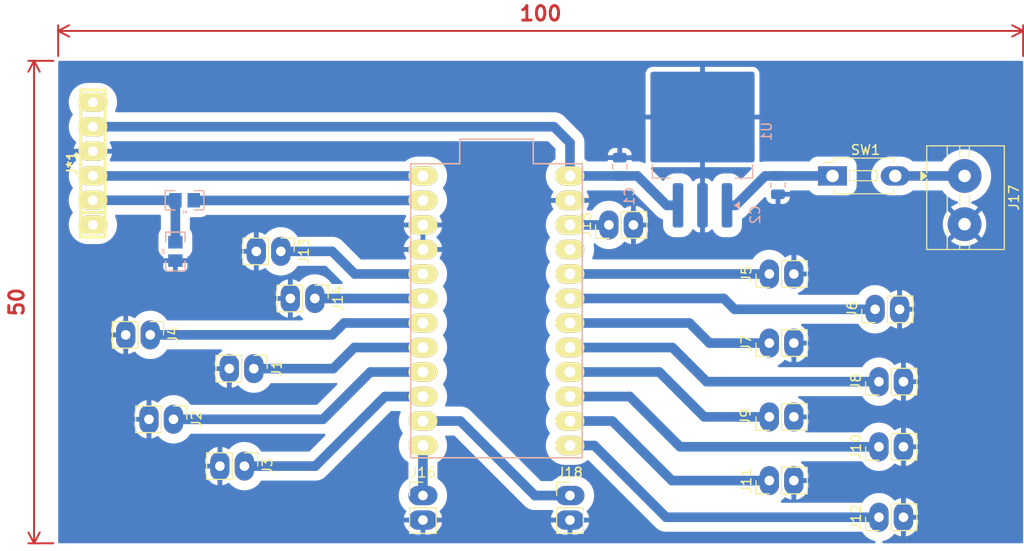
<source format=kicad_pcb>
(kicad_pcb (version 20241229) (generator "pcbnew") (generator_version "9.0")
  (layers (0 "F.Cu" signal) (2 "B.Cu" signal) (13 "F.Paste" user) (15 "B.Paste" user) (5 "F.SilkS" user "F.Silkscreen") (7 "B.SilkS" user "B.Silkscreen") (1 "F.Mask" user) (3 "B.Mask" user) (25 "Edge.Cuts" user))
  (net 0 "")
  (net 1 "+5V")
  (net 2 "GND")
  (net 3 "+12V")
  (net 4 "TX")
  (net 8 "BotonIz")
  (net 9 "Net-(J*1-Pad2)")
  (net 10 "Boton1")
  (net 11 "Boton2")
  (net 12 "BotonAb")
  (net 13 "Boton3")
  (net 14 "Boton4")
  (net 15 "Boton5")
  (net 16 "Boton6")
  (net 17 "Boton7")
  (net 18 "Boton8")
  (net 19 "BotonRe")
  (net 20 "BotonDe")
  (net 21 "BotonSa")
  (net 22 "BotonSe")
  (net 23 "Net-(J17-Pin_1)")
  (net 24 "BotonSt")
  (net 25 "BotonAr")
  (net 26 "BotonEx")
  (net 27 "RX")
  (footprint "Connector_PinHeader_2.54mm:PinHeader_1x02_P2.54mm_Vertical" (layer "F.Cu") (at 100.04 71.2)
    (property "Reference" "J18" (at 0 -2.38 0) (layer "F.SilkS"))
    (property "Value" "BotonEx")
    (fp_line (start -1.38 -1.38) (end 0 -1.38) (stroke (width 0.12)) (layer "F.SilkS"))
    (fp_line (start -1.38 0) (end -1.38 -1.38) (stroke (width 0.12)) (layer "F.SilkS"))
    (fp_line (start -1.38 1.27) (end -1.38 3.92) (stroke (width 0.12)) (layer "F.SilkS"))
    (fp_line (start -1.38 1.27) (end 1.38 1.27) (stroke (width 0.12)) (layer "F.SilkS"))
    (fp_line (start -1.38 3.92) (end 1.38 3.92) (stroke (width 0.12)) (layer "F.SilkS"))
    (fp_line (start 1.38 1.27) (end 1.38 3.92) (stroke (width 0.12)) (layer "F.SilkS"))
    (pad "1" thru_hole oval (at 0 0) (size 3 2) (drill 1) (layers "*.Cu" "*.Mask") (net 26 "BotonEx"))
    (pad "2" thru_hole oval (at 0 2.54) (size 3 2) (drill 1) (layers "*.Cu" "*.Mask") (net 2 "GND"))
  )
  (footprint "Connector_PinHeader_2.54mm:PinHeader_1x02_P2.54mm_Vertical" (layer "F.Cu") (at 120.7 55.4 90)
    (property "Reference" "J7" (at 0 -2.4 90) (layer "F.SilkS"))
    (property "Value" "Boton3")
    (fp_line (start -1.38 -1.38) (end 0 -1.38) (stroke (width 0.12)) (layer "F.SilkS"))
    (fp_line (start -1.38 0) (end -1.38 -1.38) (stroke (width 0.12)) (layer "F.SilkS"))
    (fp_line (start 1.38 1.27) (end 1.38 3.92) (stroke (width 0.12)) (layer "F.SilkS"))
    (fp_line (start -1.38 1.27) (end 1.38 1.27) (stroke (width 0.12)) (layer "F.SilkS"))
    (fp_line (start -1.38 1.27) (end -1.38 3.92) (stroke (width 0.12)) (layer "F.SilkS"))
    (fp_line (start -1.38 3.92) (end 1.38 3.92) (stroke (width 0.12)) (layer "F.SilkS"))
    (pad "1" thru_hole oval (at 0 0 90) (size 3 2) (drill 1) (layers "*.Cu" "*.Mask") (net 13 "Boton3"))
    (pad "2" thru_hole oval (at 0 2.54 90) (size 3 2) (drill 1) (layers "*.Cu" "*.Mask") (net 2 "GND"))
  )
  (footprint "Connector_PinHeader_2.54mm:PinHeader_1x02_P2.54mm_Vertical" (layer "F.Cu") (at 132.06 59.4 90)
    (property "Reference" "J8" (at 0 -2.38 90) (layer "F.SilkS"))
    (property "Value" "Boton4")
    (fp_line (start -1.38 -1.38) (end 0 -1.38) (stroke (width 0.12)) (layer "F.SilkS"))
    (fp_line (start -1.38 0) (end -1.38 -1.38) (stroke (width 0.12)) (layer "F.SilkS"))
    (fp_line (start 1.38 1.27) (end 1.38 3.92) (stroke (width 0.12)) (layer "F.SilkS"))
    (fp_line (start -1.38 1.27) (end 1.38 1.27) (stroke (width 0.12)) (layer "F.SilkS"))
    (fp_line (start -1.38 1.27) (end -1.38 3.92) (stroke (width 0.12)) (layer "F.SilkS"))
    (fp_line (start -1.38 3.92) (end 1.38 3.92) (stroke (width 0.12)) (layer "F.SilkS"))
    (pad "1" thru_hole oval (at 0 0 90) (size 3 2) (drill 1) (layers "*.Cu" "*.Mask") (net 14 "Boton4"))
    (pad "2" thru_hole oval (at 0 2.54 90) (size 3 2) (drill 1) (layers "*.Cu" "*.Mask") (net 2 "GND"))
  )
  (footprint "Connector_PinHeader_2.54mm:PinHeader_1x02_P2.54mm_Vertical" (layer "F.Cu") (at 66.3 68.15 -90)
    (property "Reference" "J3" (at 0 -2.38 90) (layer "F.SilkS"))
    (property "Value" "BotonDe")
    (fp_line (start -1.38 3.92) (end 1.38 3.92) (stroke (width 0.12)) (layer "F.SilkS"))
    (fp_line (start -1.38 1.27) (end -1.38 3.92) (stroke (width 0.12)) (layer "F.SilkS"))
    (fp_line (start -1.38 1.27) (end 1.38 1.27) (stroke (width 0.12)) (layer "F.SilkS"))
    (fp_line (start 1.38 1.27) (end 1.38 3.92) (stroke (width 0.12)) (layer "F.SilkS"))
    (fp_line (start -1.38 0) (end -1.38 -1.38) (stroke (width 0.12)) (layer "F.SilkS"))
    (fp_line (start -1.38 -1.38) (end 0 -1.38) (stroke (width 0.12)) (layer "F.SilkS"))
    (pad "1" thru_hole oval (at 0 0 270) (size 3 2) (drill 1) (layers "*.Cu" "*.Mask") (net 20 "BotonDe"))
    (pad "2" thru_hole oval (at 0 2.54 270) (size 3 2) (drill 1) (layers "*.Cu" "*.Mask") (net 2 "GND"))
  )
  (footprint "Connector_PinHeader_2.54mm:PinHeader_1x02_P2.54mm_Vertical" (layer "F.Cu") (at 58.95 63.3 -90)
    (property "Reference" "J2" (at 0 -2.38 90) (layer "F.SilkS"))
    (property "Value" "BotonAb")
    (fp_line (start -1.38 3.92) (end 1.38 3.92) (stroke (width 0.12)) (layer "F.SilkS"))
    (fp_line (start -1.38 1.27) (end -1.38 3.92) (stroke (width 0.12)) (layer "F.SilkS"))
    (fp_line (start -1.38 1.27) (end 1.38 1.27) (stroke (width 0.12)) (layer "F.SilkS"))
    (fp_line (start 1.38 1.27) (end 1.38 3.92) (stroke (width 0.12)) (layer "F.SilkS"))
    (fp_line (start -1.38 0) (end -1.38 -1.38) (stroke (width 0.12)) (layer "F.SilkS"))
    (fp_line (start -1.38 -1.38) (end 0 -1.38) (stroke (width 0.12)) (layer "F.SilkS"))
    (pad "1" thru_hole oval (at 0 0 270) (size 3 2) (drill 1) (layers "*.Cu" "*.Mask") (net 12 "BotonAb"))
    (pad "2" thru_hole oval (at 0 2.54 270) (size 3 2) (drill 1) (layers "*.Cu" "*.Mask") (net 2 "GND"))
  )
  (footprint "Connector_PinHeader_2.54mm:PinHeader_1x02_P2.54mm_Vertical" (layer "F.Cu") (at 131.66 51.9 90)
    (property "Reference" "J6" (at 0 -2.38 90) (layer "F.SilkS"))
    (property "Value" "Boton2")
    (fp_line (start -1.38 -1.38) (end 0 -1.38) (stroke (width 0.12)) (layer "F.SilkS"))
    (fp_line (start -1.38 0) (end -1.38 -1.38) (stroke (width 0.12)) (layer "F.SilkS"))
    (fp_line (start 1.38 1.27) (end 1.38 3.92) (stroke (width 0.12)) (layer "F.SilkS"))
    (fp_line (start -1.38 1.27) (end 1.38 1.27) (stroke (width 0.12)) (layer "F.SilkS"))
    (fp_line (start -1.38 1.27) (end -1.38 3.92) (stroke (width 0.12)) (layer "F.SilkS"))
    (fp_line (start -1.38 3.92) (end 1.38 3.92) (stroke (width 0.12)) (layer "F.SilkS"))
    (pad "1" thru_hole oval (at 0 0 90) (size 3 2) (drill 1) (layers "*.Cu" "*.Mask") (net 11 "Boton2"))
    (pad "2" thru_hole oval (at 0 2.54 90) (size 3 2) (drill 1) (layers "*.Cu" "*.Mask") (net 2 "GND"))
  )
  (footprint "Connector_PinHeader_2.54mm:PinHeader_1x02_P2.54mm_Vertical" (layer "F.Cu") (at 120.7 69.65 90)
    (property "Reference" "J11" (at 0 -2.38 90) (layer "F.SilkS"))
    (property "Value" "Boton7")
    (fp_line (start -1.38 -1.38) (end 0 -1.38) (stroke (width 0.12)) (layer "F.SilkS"))
    (fp_line (start -1.38 0) (end -1.38 -1.38) (stroke (width 0.12)) (layer "F.SilkS"))
    (fp_line (start 1.38 1.27) (end 1.38 3.92) (stroke (width 0.12)) (layer "F.SilkS"))
    (fp_line (start -1.38 1.27) (end 1.38 1.27) (stroke (width 0.12)) (layer "F.SilkS"))
    (fp_line (start -1.38 1.27) (end -1.38 3.92) (stroke (width 0.12)) (layer "F.SilkS"))
    (fp_line (start -1.38 3.92) (end 1.38 3.92) (stroke (width 0.12)) (layer "F.SilkS"))
    (pad "1" thru_hole oval (at 0 0 90) (size 3 2) (drill 1) (layers "*.Cu" "*.Mask") (net 17 "Boton7"))
    (pad "2" thru_hole oval (at 0 2.54 90) (size 3 2) (drill 1) (layers "*.Cu" "*.Mask") (net 2 "GND"))
  )
  (footprint "promicro:ProMicro" (layer "F.Cu") (at 92.42 52.05 -90)
    (property "Reference" "U2" (hide yes))
    (property "Value" "ProMicro")
    (fp_line (start -15.24 8.89) (end 15.24 8.89) (stroke (width 0.15)) (layer "F.SilkS"))
    (fp_line (start -15.24 8.89) (end -15.24 3.81) (stroke (width 0.15)) (layer "F.SilkS"))
    (fp_line (start -17.78 3.81) (end -17.78 -3.81) (stroke (width 0.15)) (layer "F.SilkS"))
    (fp_line (start -15.24 3.81) (end -17.78 3.81) (stroke (width 0.15)) (layer "F.SilkS"))
    (fp_line (start -17.78 -3.81) (end -15.24 -3.81) (stroke (width 0.15)) (layer "F.SilkS"))
    (fp_line (start -15.24 -3.81) (end -15.24 -8.89) (stroke (width 0.15)) (layer "F.SilkS"))
    (fp_line (start -15.24 -8.89) (end 15.24 -8.89) (stroke (width 0.15)) (layer "F.SilkS"))
    (fp_line (start 15.24 -8.89) (end 15.24 8.89) (stroke (width 0.15)) (layer "F.SilkS"))
    (fp_line (start -15.24 8.89) (end -15.24 3.81) (stroke (width 0.15)) (layer "B.SilkS"))
    (fp_line (start 15.24 8.89) (end -15.24 8.89) (stroke (width 0.15)) (layer "B.SilkS"))
    (fp_line (start -17.78 3.81) (end -17.78 -3.81) (stroke (width 0.15)) (layer "B.SilkS"))
    (fp_line (start -15.24 3.81) (end -17.78 3.81) (stroke (width 0.15)) (layer "B.SilkS"))
    (fp_line (start -17.78 -3.81) (end -15.24 -3.81) (stroke (width 0.15)) (layer "B.SilkS"))
    (fp_line (start -15.24 -3.81) (end -15.24 -8.89) (stroke (width 0.15)) (layer "B.SilkS"))
    (fp_line (start -15.24 -8.89) (end 15.24 -8.89) (stroke (width 0.15)) (layer "B.SilkS"))
    (fp_line (start 15.24 -8.89) (end 15.24 8.89) (stroke (width 0.15)) (layer "B.SilkS"))
    (pad "1" thru_hole oval (at -13.97 7.62 270) (size 2 3) (drill 1.1) (layers "*.Cu" "*.Mask" "F.SilkS") (net 4 "TX"))
    (pad "2" thru_hole oval (at -11.43 7.62 270) (size 2 3) (drill 1.1) (layers "*.Cu" "*.Mask" "F.SilkS") (net 27 "RX"))
    (pad "3" thru_hole oval (at -8.89 7.62 270) (size 2 3) (drill 1.1) (layers "*.Cu" "*.Mask" "F.SilkS") (net 2 "GND"))
    (pad "4" thru_hole oval (at -6.35 7.62 270) (size 2 3) (drill 1.1) (layers "*.Cu" "*.Mask" "F.SilkS") (net 2 "GND"))
    (pad "5" thru_hole oval (at -3.81 7.62 270) (size 2 3) (drill 1.1) (layers "*.Cu" "*.Mask" "F.SilkS") (net 24 "BotonSt"))
    (pad "6" thru_hole oval (at -1.27 7.62 270) (size 2 3) (drill 1.1) (layers "*.Cu" "*.Mask" "F.SilkS") (net 22 "BotonSe"))
    (pad "7" thru_hole oval (at 1.27 7.62 270) (size 2 3) (drill 1.1) (layers "*.Cu" "*.Mask" "F.SilkS") (net 25 "BotonAr"))
    (pad "8" thru_hole oval (at 3.81 7.62 270) (size 2 3) (drill 1.1) (layers "*.Cu" "*.Mask" "F.SilkS") (net 8 "BotonIz"))
    (pad "9" thru_hole oval (at 6.35 7.62 270) (size 2 3) (drill 1.1) (layers "*.Cu" "*.Mask" "F.SilkS") (net 12 "BotonAb"))
    (pad "10" thru_hole oval (at 8.89 7.62 270) (size 2 3) (drill 1.1) (layers "*.Cu" "*.Mask" "F.SilkS") (net 20 "BotonDe"))
    (pad "11" thru_hole oval (at 11.43 7.62 270) (size 2 3) (drill 1.1) (layers "*.Cu" "*.Mask" "F.SilkS") (net 26 "BotonEx"))
    (pad "12" thru_hole oval (at 13.97 7.62 270) (size 2 3) (drill 1.1) (layers "*.Cu" "*.Mask" "F.SilkS") (net 21 "BotonSa"))
    (pad "13" thru_hole oval (at 13.97 -7.62 270) (size 2 3) (drill 1.1) (layers "*.Cu" "*.Mask" "F.SilkS") (net 18 "Boton8"))
    (pad "14" thru_hole oval (at 11.43 -7.62 270) (size 2 3) (drill 1.1) (layers "*.Cu" "*.Mask" "F.SilkS") (net 17 "Boton7"))
    (pad "15" thru_hole oval (at 8.89 -7.62 270) (size 2 3) (drill 1.1) (layers "*.Cu" "*.Mask" "F.SilkS") (net 16 "Boton6"))
    (pad "16" thru_hole oval (at 6.35 -7.62 270) (size 2 3) (drill 1.1) (layers "*.Cu" "*.Mask" "F.SilkS") (net 15 "Boton5"))
    (pad "17" thru_hole oval (at 3.81 -7.62 270) (size 2 3) (drill 1.1) (layers "*.Cu" "*.Mask" "F.SilkS") (net 14 "Boton4"))
    (pad "18" thru_hole oval (at 1.27 -7.62 270) (size 2 3) (drill 1.1) (layers "*.Cu" "*.Mask" "F.SilkS") (net 13 "Boton3"))
    (pad "19" thru_hole oval (at -1.27 -7.62 270) (size 2 3) (drill 1.1) (layers "*.Cu" "*.Mask" "F.SilkS") (net 11 "Boton2"))
    (pad "20" thru_hole oval (at -3.81 -7.62 270) (size 2 3) (drill 1.1) (layers "*.Cu" "*.Mask" "F.SilkS") (net 10 "Boton1"))
    (pad "21" thru_hole oval (at -6.35 -7.62 270) (size 2 3) (drill 1.1) (layers "*.Cu" "*.Mask" "F.SilkS"))
    (pad "22" thru_hole oval (at -8.89 -7.62 270) (size 2 3) (drill 1.1) (layers "*.Cu" "*.Mask" "F.SilkS") (net 19 "BotonRe"))
    (pad "23" thru_hole oval (at -11.43 -7.62 270) (size 2 3) (drill 1.1) (layers "*.Cu" "*.Mask" "F.SilkS") (net 2 "GND"))
    (pad "24" thru_hole oval (at -13.97 -7.62 270) (size 2 3) (drill 1.1) (layers "*.Cu" "*.Mask" "F.SilkS") (net 1 "+5V"))
  )
  (footprint "Connector_PinHeader_2.54mm:PinHeader_1x02_P2.54mm_Vertical" (layer "F.Cu") (at 70.075 45.89425 -90)
    (property "Reference" "J13" (at 0 -2.38 90) (layer "F.SilkS"))
    (property "Value" "BotonSt")
    (fp_line (start -1.38 3.92) (end 1.38 3.92) (stroke (width 0.12)) (layer "F.SilkS"))
    (fp_line (start -1.38 1.27) (end -1.38 3.92) (stroke (width 0.12)) (layer "F.SilkS"))
    (fp_line (start -1.38 1.27) (end 1.38 1.27) (stroke (width 0.12)) (layer "F.SilkS"))
    (fp_line (start 1.38 1.27) (end 1.38 3.92) (stroke (width 0.12)) (layer "F.SilkS"))
    (fp_line (start -1.38 0) (end -1.38 -1.38) (stroke (width 0.12)) (layer "F.SilkS"))
    (fp_line (start -1.38 -1.38) (end 0 -1.38) (stroke (width 0.12)) (layer "F.SilkS"))
    (pad "1" thru_hole oval (at 0 0 270) (size 3 2) (drill 1) (layers "*.Cu" "*.Mask") (net 24 "BotonSt"))
    (pad "2" thru_hole oval (at 0 2.54 270) (size 3 2) (drill 1) (layers "*.Cu" "*.Mask") (net 2 "GND"))
  )
  (footprint "Connector_PinHeader_2.54mm:PinHeader_1x02_P2.54mm_Vertical" (layer "F.Cu") (at 120.7 48.24 90)
    (property "Reference" "J5" (at 0 -2.375 90) (layer "F.SilkS"))
    (property "Value" "Boton1")
    (fp_line (start -1.38 -1.38) (end 0 -1.38) (stroke (width 0.12)) (layer "F.SilkS"))
    (fp_line (start -1.38 0) (end -1.38 -1.38) (stroke (width 0.12)) (layer "F.SilkS"))
    (fp_line (start 1.38 1.27) (end 1.38 3.92) (stroke (width 0.12)) (layer "F.SilkS"))
    (fp_line (start -1.38 1.27) (end 1.38 1.27) (stroke (width 0.12)) (layer "F.SilkS"))
    (fp_line (start -1.38 1.27) (end -1.38 3.92) (stroke (width 0.12)) (layer "F.SilkS"))
    (fp_line (start -1.38 3.92) (end 1.38 3.92) (stroke (width 0.12)) (layer "F.SilkS"))
    (pad "1" thru_hole oval (at 0 0 90) (size 3 2) (drill 1) (layers "*.Cu" "*.Mask") (net 10 "Boton1"))
    (pad "2" thru_hole oval (at 0 2.54 90) (size 3 2) (drill 1) (layers "*.Cu" "*.Mask") (net 2 "GND"))
  )
  (footprint "Connector_PinHeader_2.54mm:PinHeader_1x02_P2.54mm_Vertical" (layer "F.Cu") (at 132.06 73.45 90)
    (property "Reference" "J12" (at 0 -2.38 90) (layer "F.SilkS"))
    (property "Value" "Boton8")
    (fp_line (start -1.38 -1.38) (end 0 -1.38) (stroke (width 0.12)) (layer "F.SilkS"))
    (fp_line (start -1.38 0) (end -1.38 -1.38) (stroke (width 0.12)) (layer "F.SilkS"))
    (fp_line (start 1.38 1.27) (end 1.38 3.92) (stroke (width 0.12)) (layer "F.SilkS"))
    (fp_line (start -1.38 1.27) (end 1.38 1.27) (stroke (width 0.12)) (layer "F.SilkS"))
    (fp_line (start -1.38 1.27) (end -1.38 3.92) (stroke (width 0.12)) (layer "F.SilkS"))
    (fp_line (start -1.38 3.92) (end 1.38 3.92) (stroke (width 0.12)) (layer "F.SilkS"))
    (pad "1" thru_hole oval (at 0 0 90) (size 3 2) (drill 1) (layers "*.Cu" "*.Mask") (net 18 "Boton8"))
    (pad "2" thru_hole oval (at 0 2.54 90) (size 3 2) (drill 1) (layers "*.Cu" "*.Mask") (net 2 "GND"))
  )
  (footprint "Connector_PinHeader_2.54mm:PinHeader_1x02_P2.54mm_Vertical" (layer "F.Cu") (at 104.075 43.16 90)
    (property "Reference" "J15" (at 0 -2.38 90) (layer "F.SilkS"))
    (property "Value" "BotonRe")
    (fp_line (start -1.38 -1.38) (end 0 -1.38) (stroke (width 0.12)) (layer "F.SilkS"))
    (fp_line (start -1.38 0) (end -1.38 -1.38) (stroke (width 0.12)) (layer "F.SilkS"))
    (fp_line (start 1.38 1.27) (end 1.38 3.92) (stroke (width 0.12)) (layer "F.SilkS"))
    (fp_line (start -1.38 1.27) (end 1.38 1.27) (stroke (width 0.12)) (layer "F.SilkS"))
    (fp_line (start -1.38 1.27) (end -1.38 3.92) (stroke (width 0.12)) (layer "F.SilkS"))
    (fp_line (start -1.38 3.92) (end 1.38 3.92) (stroke (width 0.12)) (layer "F.SilkS"))
    (pad "1" thru_hole oval (at 0 0 90) (size 3 2) (drill 1) (layers "*.Cu" "*.Mask") (net 19 "BotonRe"))
    (pad "2" thru_hole oval (at 0 2.54 90) (size 3 2) (drill 1) (layers "*.Cu" "*.Mask") (net 2 "GND"))
  )
  (footprint "EESTN5:HC-05" (layer "F.Cu") (at 50.6 36.79 90)
    (property "Reference" "J*1" (at 0 -2.159 90) (layer "F.SilkS") (effects (font (size 1.016 1.016) (thickness 0.2032))))
    (property "Value" "HC-05" (hide yes))
    (fp_line (start 7.62 -1.27) (end 7.62 1.27) (stroke (width 0.3048)) (layer "F.SilkS"))
    (fp_line (start -5.08 -1.27) (end -5.08 1.27) (stroke (width 0.3048)) (layer "F.SilkS"))
    (fp_line (start -7.62 -1.27) (end 7.62 -1.27) (stroke (width 0.3048)) (layer "F.SilkS"))
    (fp_line (start 7.62 1.27) (end -7.62 1.27) (stroke (width 0.3048)) (layer "F.SilkS"))
    (fp_line (start -7.62 1.27) (end -7.62 -1.27) (stroke (width 0.3048)) (layer "F.SilkS"))
    (pad "1" thru_hole oval (at -6.35 0 90) (size 2 3) (drill 1.00076) (layers "*.Cu" "*.Mask" "F.SilkS"))
    (pad "2" thru_hole oval (at -3.81 0 90) (size 2 3) (drill 1.00076) (layers "*.Cu" "*.Mask" "F.SilkS") (net 9 "Net-(J*1-Pad2)"))
    (pad "3" thru_hole oval (at -1.27 0 90) (size 2 3) (drill 1.00076) (layers "*.Cu" "*.Mask" "F.SilkS") (net 4 "TX"))
    (pad "4" thru_hole oval (at 1.27 0 90) (size 2 3) (drill 1.00076) (layers "*.Cu" "*.Mask" "F.SilkS") (net 2 "GND"))
    (pad "5" thru_hole oval (at 3.81 0 90) (size 2 3) (drill 1.00076) (layers "*.Cu" "*.Mask" "F.SilkS") (net 1 "+5V"))
    (pad "6" thru_hole oval (at 6.35 0 90) (size 2 3) (drill 1.00076) (layers "*.Cu" "*.Mask" "F.SilkS"))
  )
  (footprint "Connector_PinHeader_2.54mm:PinHeader_1x02_P2.54mm_Vertical" (layer "F.Cu") (at 132.06 66.15 90)
    (property "Reference" "J10" (at 0 -2.38 90) (layer "F.SilkS"))
    (property "Value" "Boton6")
    (fp_line (start -1.38 -1.38) (end 0 -1.38) (stroke (width 0.12)) (layer "F.SilkS"))
    (fp_line (start -1.38 0) (end -1.38 -1.38) (stroke (width 0.12)) (layer "F.SilkS"))
    (fp_line (start 1.38 1.27) (end 1.38 3.92) (stroke (width 0.12)) (layer "F.SilkS"))
    (fp_line (start -1.38 1.27) (end 1.38 1.27) (stroke (width 0.12)) (layer "F.SilkS"))
    (fp_line (start -1.38 1.27) (end -1.38 3.92) (stroke (width 0.12)) (layer "F.SilkS"))
    (fp_line (start -1.38 3.92) (end 1.38 3.92) (stroke (width 0.12)) (layer "F.SilkS"))
    (pad "1" thru_hole oval (at 0 0 90) (size 3 2) (drill 1) (layers "*.Cu" "*.Mask") (net 16 "Boton6"))
    (pad "2" thru_hole oval (at 0 2.54 90) (size 3 2) (drill 1) (layers "*.Cu" "*.Mask") (net 2 "GND"))
  )
  (footprint "Connector_PinHeader_2.54mm:PinHeader_1x02_P2.54mm_Vertical" (layer "F.Cu") (at 84.8 71.2)
    (property "Reference" "J16" (at 0 -2.38 0) (layer "F.SilkS"))
    (property "Value" "BotonSa")
    (fp_line (start -1.38 -1.38) (end 0 -1.38) (stroke (width 0.12)) (layer "F.SilkS"))
    (fp_line (start -1.38 0) (end -1.38 -1.38) (stroke (width 0.12)) (layer "F.SilkS"))
    (fp_line (start -1.38 1.27) (end -1.38 3.92) (stroke (width 0.12)) (layer "F.SilkS"))
    (fp_line (start -1.38 1.27) (end 1.38 1.27) (stroke (width 0.12)) (layer "F.SilkS"))
    (fp_line (start -1.38 3.92) (end 1.38 3.92) (stroke (width 0.12)) (layer "F.SilkS"))
    (fp_line (start 1.38 1.27) (end 1.38 3.92) (stroke (width 0.12)) (layer "F.SilkS"))
    (pad "1" thru_hole oval (at 0 0) (size 3 2) (drill 1) (layers "*.Cu" "*.Mask") (net 21 "BotonSa"))
    (pad "2" thru_hole oval (at 0 2.54) (size 3 2) (drill 1) (layers "*.Cu" "*.Mask") (net 2 "GND"))
  )
  (footprint "Button_Switch_THT:SW_PUSH_1P1T_6x3.5mm_H5.0_APEM_MJTP1250" (layer "F.Cu") (at 127.25 38.08)
    (property "Reference" "SW1" (at 3.42 -2.7 0) (layer "F.SilkS"))
    (property "Value" "SW_DPST_x2")
    (fp_line (start 0.15 -1.85) (end 0.15 -1.39) (stroke (width 0.12)) (layer "F.SilkS"))
    (fp_line (start 0.15 -1.39) (end -0.85 -1.39) (stroke (width 0.12)) (layer "F.SilkS"))
    (fp_line (start 0.15 1.39) (end 0.15 1.85) (stroke (width 0.12)) (layer "F.SilkS"))
    (fp_line (start 0.15 1.85) (end 6.35 1.85) (stroke (width 0.12)) (layer "F.SilkS"))
    (fp_line (start 6.35 -1.85) (end 0.15 -1.85) (stroke (width 0.12)) (layer "F.SilkS"))
    (fp_line (start 6.35 -1.85) (end 6.35 -1.39) (stroke (width 0.12)) (layer "F.SilkS"))
    (fp_line (start 6.35 1.39) (end 6.35 1.85) (stroke (width 0.12)) (layer "F.SilkS"))
    (fp_rect (start 1.75 -0.55) (end 4.6 0.5) (stroke (width 0.12)) (fill no) (layer "F.SilkS"))
    (pad "1" thru_hole rect (at 0 0 90) (size 2 3) (drill 1.3) (layers "*.Cu" "*.Mask") (net 3 "+12V"))
    (pad "2" thru_hole oval (at 6.5 0 90) (size 2 3) (drill 1.3) (layers "*.Cu" "*.Mask") (net 23 "Net-(J17-Pin_1)"))
  )
  (footprint "TerminalBlock:TerminalBlock_MaiXu_MX126-5.0-02P_1x02_P5.00mm" (layer "F.Cu") (at 140.9325 38.08 -90)
    (property "Reference" "J17" (at 2.25 -5.12 90) (layer "F.SilkS"))
    (property "Value" "Conn_01x02")
    (fp_line (start -3.12 3.92) (end -0.3 3.92) (stroke (width 0.12)) (layer "F.SilkS"))
    (fp_line (start 0.3 3.92) (end 7.62 3.92) (stroke (width 0.12)) (layer "F.SilkS"))
    (fp_line (start -3.12 1.8) (end -1.88 1.8) (stroke (width 0.12)) (layer "F.SilkS"))
    (fp_line (start 1.88 1.8) (end 4.457 1.8) (stroke (width 0.12)) (layer "F.SilkS"))
    (fp_line (start 5.543 1.8) (end 7.62 1.8) (stroke (width 0.12)) (layer "F.SilkS"))
    (fp_line (start -3.12 0.5) (end -1.88 0.5) (stroke (width 0.12)) (layer "F.SilkS"))
    (fp_line (start 1.88 0.5) (end 3.188 0.5) (stroke (width 0.12)) (layer "F.SilkS"))
    (fp_line (start 6.812 0.5) (end 7.62 0.5) (stroke (width 0.12)) (layer "F.SilkS"))
    (fp_line (start -3.12 -0.5) (end -1.88 -0.5) (stroke (width 0.12)) (layer "F.SilkS"))
    (fp_line (start 1.88 -0.5) (end 3.188 -0.5) (stroke (width 0.12)) (layer "F.SilkS"))
    (fp_line (start 6.812 -0.5) (end 7.62 -0.5) (stroke (width 0.12)) (layer "F.SilkS"))
    (fp_line (start -3.12 -4.12) (end -3.12 3.92) (stroke (width 0.12)) (layer "F.SilkS"))
    (fp_line (start -3.12 -4.12) (end 7.62 -4.12) (stroke (width 0.12)) (layer "F.SilkS"))
    (fp_line (start 7.62 -4.12) (end 7.62 3.92) (stroke (width 0.12)) (layer "F.SilkS"))
    (fp_poly (pts (xy 0 3.92) (xy 0.44 4.53) (xy -0.44 4.53)) (stroke (width 0.12)) (fill yes) (layer "F.SilkS"))
    (pad "1" thru_hole circle (at 0 0 270) (size 3.5 3.5) (drill 1.3) (layers "*.Cu" "*.Mask") (net 23 "Net-(J17-Pin_1)"))
    (pad "2" thru_hole circle (at 5 0 270) (size 3.5 3.5) (drill 1.3) (layers "*.Cu" "*.Mask") (net 2 "GND"))
  )
  (footprint "Connector_PinHeader_2.54mm:PinHeader_1x02_P2.54mm_Vertical" (layer "F.Cu") (at 67.275 58.05 -90)
    (property "Reference" "J1" (at 0 -2.38 90) (layer "F.SilkS"))
    (property "Value" "BotonIz")
    (fp_line (start -1.38 3.92) (end 1.38 3.92) (stroke (width 0.12)) (layer "F.SilkS"))
    (fp_line (start -1.38 1.27) (end -1.38 3.92) (stroke (width 0.12)) (layer "F.SilkS"))
    (fp_line (start -1.38 1.27) (end 1.38 1.27) (stroke (width 0.12)) (layer "F.SilkS"))
    (fp_line (start 1.38 1.27) (end 1.38 3.92) (stroke (width 0.12)) (layer "F.SilkS"))
    (fp_line (start -1.38 0) (end -1.38 -1.38) (stroke (width 0.12)) (layer "F.SilkS"))
    (fp_line (start -1.38 -1.38) (end 0 -1.38) (stroke (width 0.12)) (layer "F.SilkS"))
    (pad "1" thru_hole oval (at 0 0 270) (size 3 2) (drill 1) (layers "*.Cu" "*.Mask") (net 8 "BotonIz"))
    (pad "2" thru_hole oval (at 0 2.54 270) (size 3 2) (drill 1) (layers "*.Cu" "*.Mask") (net 2 "GND"))
  )
  (footprint "Connector_PinHeader_2.54mm:PinHeader_1x02_P2.54mm_Vertical" (layer "F.Cu") (at 56.54 54.55 -90)
    (property "Reference" "J4" (at 0 -2.38 90) (layer "F.SilkS"))
    (property "Value" "BotonAr")
    (fp_line (start -1.38 3.92) (end 1.38 3.92) (stroke (width 0.12)) (layer "F.SilkS"))
    (fp_line (start -1.38 1.27) (end -1.38 3.92) (stroke (width 0.12)) (layer "F.SilkS"))
    (fp_line (start -1.38 1.27) (end 1.38 1.27) (stroke (width 0.12)) (layer "F.SilkS"))
    (fp_line (start 1.38 1.27) (end 1.38 3.92) (stroke (width 0.12)) (layer "F.SilkS"))
    (fp_line (start -1.38 0) (end -1.38 -1.38) (stroke (width 0.12)) (layer "F.SilkS"))
    (fp_line (start -1.38 -1.38) (end 0 -1.38) (stroke (width 0.12)) (layer "F.SilkS"))
    (pad "1" thru_hole oval (at 0 0 270) (size 3 2) (drill 1) (layers "*.Cu" "*.Mask") (net 25 "BotonAr"))
    (pad "2" thru_hole oval (at 0 2.54 270) (size 3 2) (drill 1) (layers "*.Cu" "*.Mask") (net 2 "GND"))
  )
  (footprint "Connector_PinHeader_2.54mm:PinHeader_1x02_P2.54mm_Vertical" (layer "F.Cu") (at 120.7 63.05 90)
    (property "Reference" "J9" (at 0 -2.46 90) (layer "F.SilkS"))
    (property "Value" "Boton5")
    (fp_line (start -1.38 -1.38) (end 0 -1.38) (stroke (width 0.12)) (layer "F.SilkS"))
    (fp_line (start -1.38 0) (end -1.38 -1.38) (stroke (width 0.12)) (layer "F.SilkS"))
    (fp_line (start 1.38 1.27) (end 1.38 3.92) (stroke (width 0.12)) (layer "F.SilkS"))
    (fp_line (start -1.38 1.27) (end 1.38 1.27) (stroke (width 0.12)) (layer "F.SilkS"))
    (fp_line (start -1.38 1.27) (end -1.38 3.92) (stroke (width 0.12)) (layer "F.SilkS"))
    (fp_line (start -1.38 3.92) (end 1.38 3.92) (stroke (width 0.12)) (layer "F.SilkS"))
    (pad "1" thru_hole oval (at 0 0 90) (size 3 2) (drill 1) (layers "*.Cu" "*.Mask") (net 15 "Boton5"))
    (pad "2" thru_hole oval (at 0 2.54 90) (size 3 2) (drill 1) (layers "*.Cu" "*.Mask") (net 2 "GND"))
  )
  (footprint "Connector_PinHeader_2.54mm:PinHeader_1x02_P2.54mm_Vertical" (layer "F.Cu") (at 73.6 50.78 -90)
    (property "Reference" "J14" (at 0 -2.38 90) (layer "F.SilkS"))
    (property "Value" "BotonSe")
    (fp_line (start -1.38 3.92) (end 1.38 3.92) (stroke (width 0.12)) (layer "F.SilkS"))
    (fp_line (start -1.38 1.27) (end -1.38 3.92) (stroke (width 0.12)) (layer "F.SilkS"))
    (fp_line (start -1.38 1.27) (end 1.38 1.27) (stroke (width 0.12)) (layer "F.SilkS"))
    (fp_line (start 1.38 1.27) (end 1.38 3.92) (stroke (width 0.12)) (layer "F.SilkS"))
    (fp_line (start -1.38 0) (end -1.38 -1.38) (stroke (width 0.12)) (layer "F.SilkS"))
    (fp_line (start -1.38 -1.38) (end 0 -1.38) (stroke (width 0.12)) (layer "F.SilkS"))
    (pad "1" thru_hole oval (at 0 0 270) (size 3 2) (drill 1) (layers "*.Cu" "*.Mask") (net 22 "BotonSe"))
    (pad "2" thru_hole oval (at 0 2.54 270) (size 3 2) (drill 1) (layers "*.Cu" "*.Mask") (net 2 "GND"))
  )
  (footprint "Package_TO_SOT_SMD:TO-263-3_TabPin2" (layer "B.Cu") (at 113.775 33.475 90)
    (property "Reference" "U1" (at 0 6.65 90) (layer "B.SilkS") (effects (justify mirror)))
    (property "Value" "L7805")
    (fp_line (start -3.46 -5.2) (end -4.825 -5.2) (stroke (width 0.12)) (layer "B.SilkS"))
    (fp_line (start -4.825 -5.2) (end -4.825 -3.39) (stroke (width 0.12)) (layer "B.SilkS"))
    (fp_line (start -3.46 5.2) (end -4.825 5.2) (stroke (width 0.12)) (layer "B.SilkS"))
    (fp_line (start -4.825 5.2) (end -4.825 3.39) (stroke (width 0.12)) (layer "B.SilkS"))
    (fp_poly (pts (xy -7.65 3.35) (xy -7.99 3.82) (xy -7.31 3.82)) (stroke (width 0.12)) (fill yes) (layer "B.SilkS"))
    (pad "1" smd roundrect (at -7.65 2.54 90) (size 4.6 1.1) (layers "B.Cu" "B.Mask" "B.Paste") (roundrect_rratio 0.227273) (net 3 "+12V"))
    (pad "2" smd roundrect (at -7.65 0 90) (size 4.6 1.1) (layers "B.Cu" "B.Mask" "B.Paste") (roundrect_rratio 0.227273) (net 2 "GND"))
    (pad "2" smd roundrect (at 1.5 0 90) (size 9.4 10.8) (layers "B.Cu" "B.Mask") (roundrect_rratio 0.026596) (net 2 "GND"))
    (pad "3" smd roundrect (at -7.65 -2.54 90) (size 4.6 1.1) (layers "B.Cu" "B.Mask" "B.Paste") (roundrect_rratio 0.227273) (net 1 "+5V"))
  )
  (footprint "EESTN5:C_0805" (layer "B.Cu") (at 59.1475 45.9 -90)
    (property "Reference" "R2" (at 0 1.25 90) (layer "B.SilkS") (effects (font (size 0.29972 0.29972) (thickness 0.06096)) (justify mirror)))
    (property "Value" "2k" (hide yes))
    (fp_line (start -2 1) (end -2 -1) (stroke (width 0.15)) (layer "B.SilkS"))
    (fp_line (start -1 1) (end -2 1) (stroke (width 0.15)) (layer "B.SilkS"))
    (fp_line (start 1 1) (end 2 1) (stroke (width 0.127)) (layer "B.SilkS"))
    (fp_line (start 2 1) (end 2 -1) (stroke (width 0.127)) (layer "B.SilkS"))
    (fp_line (start -2 -1) (end -1 -1) (stroke (width 0.15)) (layer "B.SilkS"))
    (fp_line (start 2 -1) (end 1 -1) (stroke (width 0.127)) (layer "B.SilkS"))
    (pad "1" smd rect (at 0.9525 0 270) (size 1.30048 1.4986) (layers "B.Cu" "B.Mask" "B.Paste") (net 2 "GND"))
    (pad "2" smd rect (at -0.9525 0 270) (size 1.30048 1.4986) (layers "B.Cu" "B.Mask" "B.Paste") (net 9 "Net-(J*1-Pad2)"))
  )
  (footprint "Capacitor_SMD:C_0805_2012Metric" (layer "B.Cu") (at 105.2 37.13 90)
    (property "Reference" "C1" (at -3.07 1 90) (layer "B.SilkS") (effects (justify mirror)))
    (property "Value" "0.1uf")
    (fp_line (start -0.261252 -0.735) (end 0.261252 -0.735) (stroke (width 0.12)) (layer "B.SilkS"))
    (fp_line (start -0.261252 0.735) (end 0.261252 0.735) (stroke (width 0.12)) (layer "B.SilkS"))
    (pad "1" smd roundrect (at -0.95 0 90) (size 1 1.45) (layers "B.Cu" "B.Mask" "B.Paste") (net 1 "+5V"))
    (pad "2" smd roundrect (at 0.95 0 90) (size 1 1.45) (layers "B.Cu" "B.Mask" "B.Paste") (net 2 "GND"))
  )
  (footprint "Capacitor_SMD:C_0805_2012Metric" (layer "B.Cu") (at 121.6 39.03 -90)
    (property "Reference" "C2" (at 3.07 2.36 90) (layer "B.SilkS") (effects (justify mirror)))
    (property "Value" "0.33uf")
    (fp_line (start -0.261252 0.735) (end 0.261252 0.735) (stroke (width 0.12)) (layer "B.SilkS"))
    (fp_line (start -0.261252 -0.735) (end 0.261252 -0.735) (stroke (width 0.12)) (layer "B.SilkS"))
    (pad "1" smd roundrect (at -0.95 0 270) (size 1 1.45) (layers "B.Cu" "B.Mask" "B.Paste") (net 3 "+12V"))
    (pad "2" smd roundrect (at 0.95 0 270) (size 1 1.45) (layers "B.Cu" "B.Mask" "B.Paste") (net 2 "GND"))
  )
  (footprint "EESTN5:C_0805" (layer "B.Cu") (at 60.1 40.6)
    (property "Reference" "R1" (at 0 1.25 0) (layer "B.SilkS") (effects (font (size 0.29972 0.29972) (thickness 0.06096)) (justify mirror)))
    (property "Value" "1k" (hide yes))
    (fp_line (start -2 -1) (end -1 -1) (stroke (width 0.15)) (layer "B.SilkS"))
    (fp_line (start -2 1) (end -2 -1) (stroke (width 0.15)) (layer "B.SilkS"))
    (fp_line (start -1 1) (end -2 1) (stroke (width 0.15)) (layer "B.SilkS"))
    (fp_line (start 1 1) (end 2 1) (stroke (width 0.127)) (layer "B.SilkS"))
    (fp_line (start 2 -1) (end 1 -1) (stroke (width 0.127)) (layer "B.SilkS"))
    (fp_line (start 2 1) (end 2 -1) (stroke (width 0.127)) (layer "B.SilkS"))
    (pad "1" smd rect (at 0.9525 0) (size 1.30048 1.4986) (layers "B.Cu" "B.Mask" "B.Paste") (net 27 "RX"))
    (pad "2" smd rect (at -0.9525 0) (size 1.30048 1.4986) (layers "B.Cu" "B.Mask" "B.Paste") (net 9 "Net-(J*1-Pad2)"))
  )
  (dimension (type orthogonal) (layer "F.Cu") (pts (xy 47 26.15) (xy 147 26.15)) (height -3.1) (orientation 0) (format (prefix "") (suffix "") (units 3) (units_format 0) (precision 4) (suppress_zeroes yes)) (style (thickness 0.2) (arrow_length 1.27) (text_position_mode 0) (arrow_direction outward) (extension_height 0.58642) (extension_offset 0.5) (keep_text_aligned yes)) (gr_text "100" (at 97 21.25 0) (layer "F.Cu") (effects (font (size 1.5 1.5) (thickness 0.3)))))
  (dimension (type orthogonal) (layer "F.Cu") (pts (xy 47 26.15) (xy 47 76.15)) (height -2.5) (orientation 1) (format (prefix "") (suffix "") (units 3) (units_format 0) (precision 4) (suppress_zeroes yes)) (style (thickness 0.2) (arrow_length 1.27) (text_position_mode 0) (arrow_direction outward) (extension_height 0.58642) (extension_offset 0.5) (keep_text_aligned yes)) (gr_text "50" (at 42.7 51.15 90) (layer "F.Cu") (effects (font (size 1.5 1.5) (thickness 0.3)))))
  (segment (start 107.03 38.08) (end 105.2 38.08) (width 1) (layer "B.Cu") (net 1))
  (segment (start 100.04 34.64) (end 98.38 32.98) (width 1) (layer "B.Cu") (net 1))
  (segment (start 98.38 32.98) (end 50.6 32.98) (width 1) (layer "B.Cu") (net 1))
  (segment (start 111.235 41.125) (end 110.075 41.125) (width 1) (layer "B.Cu") (net 1))
  (segment (start 100.04 38.08) (end 100.04 34.64) (width 1) (layer "B.Cu") (net 1))
  (segment (start 110.075 41.125) (end 107.03 38.08) (width 1) (layer "B.Cu") (net 1))
  (segment (start 100.04 38.08) (end 105.2 38.08) (width 1) (layer "B.Cu") (net 1))
  (segment (start 117.225 41.125) (end 120.27 38.08) (width 1) (layer "B.Cu") (net 3))
  (segment (start 116.315 41.125) (end 117.225 41.125) (width 1) (layer "B.Cu") (net 3))
  (segment (start 120.27 38.08) (end 121.6 38.08) (width 1) (layer "B.Cu") (net 3))
  (segment (start 121.6 38.08) (end 127.25 38.08) (width 1) (layer "B.Cu") (net 3))
  (segment (start 50.62 38.08) (end 50.6 38.06) (width 1) (layer "F.Cu") (net 4))
  (segment (start 84.8 38.08) (end 50.62 38.08) (width 1) (layer "B.Cu") (net 4))
  (segment (start 50.62 38.08) (end 50.6 38.06) (width 1) (layer "B.Cu") (net 4))
  (segment (start 77.69 55.86) (end 75.5 58.05) (width 1) (layer "B.Cu") (net 8))
  (segment (start 84.8 55.86) (end 77.69 55.86) (width 1) (layer "B.Cu") (net 8))
  (segment (start 75.5 58.05) (end 67.275 58.05) (width 1) (layer "B.Cu") (net 8))
  (segment (start 59.1475 40.6) (end 50.6 40.6) (width 1) (layer "B.Cu") (net 9))
  (segment (start 59.1475 40.6) (end 59.1475 44.9475) (width 1) (layer "B.Cu") (net 9))
  (segment (start 100.04 48.24) (end 120.7 48.24) (width 1) (layer "B.Cu") (net 10))
  (segment (start 117.1 51.9) (end 131.66 51.9) (width 1) (layer "B.Cu") (net 11))
  (segment (start 115.98 50.78) (end 117.1 51.9) (width 1) (layer "B.Cu") (net 11))
  (segment (start 100.04 50.78) (end 115.98 50.78) (width 1) (layer "B.Cu") (net 11))
  (segment (start 74.45 63.3) (end 58.95 63.3) (width 1) (layer "B.Cu") (net 12))
  (segment (start 79.35 58.4) (end 74.45 63.3) (width 1) (layer "B.Cu") (net 12))
  (segment (start 84.8 58.4) (end 79.35 58.4) (width 1) (layer "B.Cu") (net 12))
  (segment (start 120.7 55.4) (end 114.5 55.4) (width 1) (layer "B.Cu") (net 13))
  (segment (start 112.42 53.32) (end 100.04 53.32) (width 1) (layer "B.Cu") (net 13))
  (segment (start 114.5 55.4) (end 112.42 53.32) (width 1) (layer "B.Cu") (net 13))
  (segment (start 114.2 59.4) (end 110.66 55.86) (width 1) (layer "B.Cu") (net 14))
  (segment (start 110.66 55.86) (end 100.04 55.86) (width 1) (layer "B.Cu") (net 14))
  (segment (start 132.06 59.4) (end 114.2 59.4) (width 1) (layer "B.Cu") (net 14))
  (segment (start 120.7 63.05) (end 113.95 63.05) (width 1) (layer "B.Cu") (net 15))
  (segment (start 109.3 58.4) (end 100.04 58.4) (width 1) (layer "B.Cu") (net 15))
  (segment (start 113.95 63.05) (end 109.3 58.4) (width 1) (layer "B.Cu") (net 15))
  (segment (start 111.45 66.15) (end 106.24 60.94) (width 1) (layer "B.Cu") (net 16))
  (segment (start 132.06 66.15) (end 111.45 66.15) (width 1) (layer "B.Cu") (net 16))
  (segment (start 106.24 60.94) (end 100.04 60.94) (width 1) (layer "B.Cu") (net 16))
  (segment (start 120.7 69.65) (end 110.6 69.65) (width 1) (layer "B.Cu") (net 17))
  (segment (start 104.43 63.48) (end 100.04 63.48) (width 1) (layer "B.Cu") (net 17))
  (segment (start 110.6 69.65) (end 104.43 63.48) (width 1) (layer "B.Cu") (net 17))
  (segment (start 110 73.45) (end 132.06 73.45) (width 1) (layer "B.Cu") (net 18))
  (segment (start 110 73.45) (end 102.57 66.02) (width 1) (layer "B.Cu") (net 18))
  (segment (start 102.57 66.02) (end 100.04 66.02) (width 1) (layer "B.Cu") (net 18))
  (segment (start 100.1 43.1) (end 100.04 43.16) (width 1) (layer "F.Cu") (net 19))
  (segment (start 100.04 43.16) (end 104.075 43.16) (width 1) (layer "B.Cu") (net 19))
  (segment (start 84.8 60.94) (end 80.86 60.94) (width 1) (layer "B.Cu") (net 20))
  (segment (start 80.86 60.94) (end 73.65 68.15) (width 1) (layer "B.Cu") (net 20))
  (segment (start 73.65 68.15) (end 66.3 68.15) (width 1) (layer "B.Cu") (net 20))
  (segment (start 84.8 71.2) (end 84.8 66.02) (width 1) (layer "B.Cu") (net 21))
  (segment (start 84.8 50.78) (end 73.6 50.78) (width 1) (layer "B.Cu") (net 22))
  (segment (start 133.75 38.08) (end 140.9325 38.08) (width 1) (layer "B.Cu") (net 23))
  (segment (start 70.075 45.89425) (end 75.39425 45.89425) (width 1) (layer "B.Cu") (net 24))
  (segment (start 75.39425 45.89425) (end 77.74 48.24) (width 1) (layer "B.Cu") (net 24))
  (segment (start 77.74 48.24) (end 84.8 48.24) (width 1) (layer "B.Cu") (net 24))
  (segment (start 84.8 53.32) (end 76.63 53.32) (width 1) (layer "B.Cu") (net 25))
  (segment (start 75.4 54.55) (end 56.54 54.55) (width 1) (layer "B.Cu") (net 25))
  (segment (start 76.63 53.32) (end 75.4 54.55) (width 1) (layer "B.Cu") (net 25))
  (segment (start 88.68 63.48) (end 84.8 63.48) (width 1) (layer "B.Cu") (net 26))
  (segment (start 96.4 71.2) (end 88.68 63.48) (width 1) (layer "B.Cu") (net 26))
  (segment (start 100.04 71.2) (end 96.4 71.2) (width 1) (layer "B.Cu") (net 26))
  (segment (start 61.0725 40.62) (end 61.0525 40.6) (width 1) (layer "F.Cu") (net 27))
  (segment (start 84.8 40.62) (end 61.0725 40.62) (width 1) (layer "B.Cu") (net 27))
  (segment (start 61.0725 40.62) (end 61.0525 40.6) (width 1) (layer "B.Cu") (net 27))
  (zone (net 2) (net_name "GND") (layer "B.Cu") (connect_pads (clearance 1)) (min_thickness 0.25) (fill yes (thermal_gap 0.5) (thermal_bridge_width 0.5))
    (polygon (pts (xy 47 26.15) (xy 147 26.15) (xy 147 76.15) (xy 47 76.15)))
  )
)
</source>
